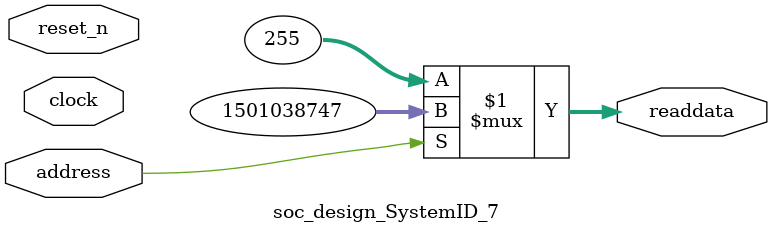
<source format=v>
module soc_design_SystemID_7 (
                address,
                clock,
                reset_n,
                readdata
             )
;
  output  [ 31: 0] readdata;
  input            address;
  input            clock;
  input            reset_n;
  wire    [ 31: 0] readdata;
  assign readdata = address ? 1501038747 : 255;
endmodule
</source>
